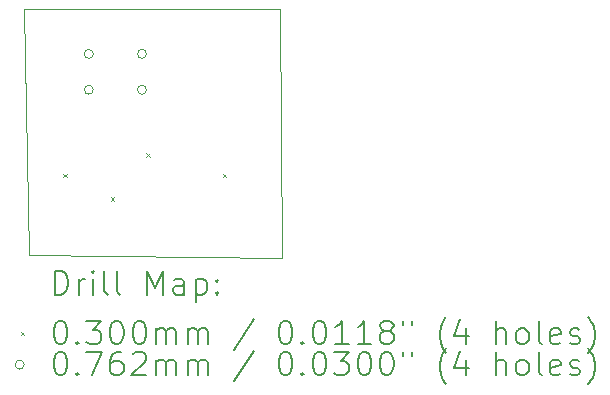
<source format=gbr>
%TF.GenerationSoftware,KiCad,Pcbnew,8.0.6*%
%TF.CreationDate,2024-10-27T16:48:36-04:00*%
%TF.ProjectId,monostable,6d6f6e6f-7374-4616-926c-652e6b696361,rev?*%
%TF.SameCoordinates,Original*%
%TF.FileFunction,Drillmap*%
%TF.FilePolarity,Positive*%
%FSLAX45Y45*%
G04 Gerber Fmt 4.5, Leading zero omitted, Abs format (unit mm)*
G04 Created by KiCad (PCBNEW 8.0.6) date 2024-10-27 16:48:36*
%MOMM*%
%LPD*%
G01*
G04 APERTURE LIST*
%ADD10C,0.050000*%
%ADD11C,0.200000*%
%ADD12C,0.100000*%
G04 APERTURE END LIST*
D10*
X14540000Y-3520000D02*
X12380000Y-3520000D01*
X14560000Y-5620000D02*
X14540000Y-3520000D01*
X12420000Y-5600000D02*
X14560000Y-5620000D01*
X12380000Y-3520000D02*
X12420000Y-5600000D01*
D11*
D12*
X12710000Y-4910000D02*
X12740000Y-4940000D01*
X12740000Y-4910000D02*
X12710000Y-4940000D01*
X13110000Y-5110000D02*
X13140000Y-5140000D01*
X13140000Y-5110000D02*
X13110000Y-5140000D01*
X13410000Y-4735000D02*
X13440000Y-4765000D01*
X13440000Y-4735000D02*
X13410000Y-4765000D01*
X14060000Y-4910000D02*
X14090000Y-4940000D01*
X14090000Y-4910000D02*
X14060000Y-4940000D01*
X12963100Y-3896000D02*
G75*
G02*
X12886900Y-3896000I-38100J0D01*
G01*
X12886900Y-3896000D02*
G75*
G02*
X12963100Y-3896000I38100J0D01*
G01*
X12963100Y-4199400D02*
G75*
G02*
X12886900Y-4199400I-38100J0D01*
G01*
X12886900Y-4199400D02*
G75*
G02*
X12963100Y-4199400I38100J0D01*
G01*
X13413100Y-3896000D02*
G75*
G02*
X13336900Y-3896000I-38100J0D01*
G01*
X13336900Y-3896000D02*
G75*
G02*
X13413100Y-3896000I38100J0D01*
G01*
X13413100Y-4199400D02*
G75*
G02*
X13336900Y-4199400I-38100J0D01*
G01*
X13336900Y-4199400D02*
G75*
G02*
X13413100Y-4199400I38100J0D01*
G01*
D11*
X12638277Y-5933984D02*
X12638277Y-5733984D01*
X12638277Y-5733984D02*
X12685896Y-5733984D01*
X12685896Y-5733984D02*
X12714467Y-5743508D01*
X12714467Y-5743508D02*
X12733515Y-5762555D01*
X12733515Y-5762555D02*
X12743039Y-5781603D01*
X12743039Y-5781603D02*
X12752562Y-5819698D01*
X12752562Y-5819698D02*
X12752562Y-5848269D01*
X12752562Y-5848269D02*
X12743039Y-5886365D01*
X12743039Y-5886365D02*
X12733515Y-5905412D01*
X12733515Y-5905412D02*
X12714467Y-5924460D01*
X12714467Y-5924460D02*
X12685896Y-5933984D01*
X12685896Y-5933984D02*
X12638277Y-5933984D01*
X12838277Y-5933984D02*
X12838277Y-5800650D01*
X12838277Y-5838746D02*
X12847801Y-5819698D01*
X12847801Y-5819698D02*
X12857324Y-5810174D01*
X12857324Y-5810174D02*
X12876372Y-5800650D01*
X12876372Y-5800650D02*
X12895420Y-5800650D01*
X12962086Y-5933984D02*
X12962086Y-5800650D01*
X12962086Y-5733984D02*
X12952562Y-5743508D01*
X12952562Y-5743508D02*
X12962086Y-5753031D01*
X12962086Y-5753031D02*
X12971610Y-5743508D01*
X12971610Y-5743508D02*
X12962086Y-5733984D01*
X12962086Y-5733984D02*
X12962086Y-5753031D01*
X13085896Y-5933984D02*
X13066848Y-5924460D01*
X13066848Y-5924460D02*
X13057324Y-5905412D01*
X13057324Y-5905412D02*
X13057324Y-5733984D01*
X13190658Y-5933984D02*
X13171610Y-5924460D01*
X13171610Y-5924460D02*
X13162086Y-5905412D01*
X13162086Y-5905412D02*
X13162086Y-5733984D01*
X13419229Y-5933984D02*
X13419229Y-5733984D01*
X13419229Y-5733984D02*
X13485896Y-5876841D01*
X13485896Y-5876841D02*
X13552562Y-5733984D01*
X13552562Y-5733984D02*
X13552562Y-5933984D01*
X13733515Y-5933984D02*
X13733515Y-5829222D01*
X13733515Y-5829222D02*
X13723991Y-5810174D01*
X13723991Y-5810174D02*
X13704943Y-5800650D01*
X13704943Y-5800650D02*
X13666848Y-5800650D01*
X13666848Y-5800650D02*
X13647801Y-5810174D01*
X13733515Y-5924460D02*
X13714467Y-5933984D01*
X13714467Y-5933984D02*
X13666848Y-5933984D01*
X13666848Y-5933984D02*
X13647801Y-5924460D01*
X13647801Y-5924460D02*
X13638277Y-5905412D01*
X13638277Y-5905412D02*
X13638277Y-5886365D01*
X13638277Y-5886365D02*
X13647801Y-5867317D01*
X13647801Y-5867317D02*
X13666848Y-5857793D01*
X13666848Y-5857793D02*
X13714467Y-5857793D01*
X13714467Y-5857793D02*
X13733515Y-5848269D01*
X13828753Y-5800650D02*
X13828753Y-6000650D01*
X13828753Y-5810174D02*
X13847801Y-5800650D01*
X13847801Y-5800650D02*
X13885896Y-5800650D01*
X13885896Y-5800650D02*
X13904943Y-5810174D01*
X13904943Y-5810174D02*
X13914467Y-5819698D01*
X13914467Y-5819698D02*
X13923991Y-5838746D01*
X13923991Y-5838746D02*
X13923991Y-5895888D01*
X13923991Y-5895888D02*
X13914467Y-5914936D01*
X13914467Y-5914936D02*
X13904943Y-5924460D01*
X13904943Y-5924460D02*
X13885896Y-5933984D01*
X13885896Y-5933984D02*
X13847801Y-5933984D01*
X13847801Y-5933984D02*
X13828753Y-5924460D01*
X14009705Y-5914936D02*
X14019229Y-5924460D01*
X14019229Y-5924460D02*
X14009705Y-5933984D01*
X14009705Y-5933984D02*
X14000182Y-5924460D01*
X14000182Y-5924460D02*
X14009705Y-5914936D01*
X14009705Y-5914936D02*
X14009705Y-5933984D01*
X14009705Y-5810174D02*
X14019229Y-5819698D01*
X14019229Y-5819698D02*
X14009705Y-5829222D01*
X14009705Y-5829222D02*
X14000182Y-5819698D01*
X14000182Y-5819698D02*
X14009705Y-5810174D01*
X14009705Y-5810174D02*
X14009705Y-5829222D01*
D12*
X12347500Y-6247500D02*
X12377500Y-6277500D01*
X12377500Y-6247500D02*
X12347500Y-6277500D01*
D11*
X12676372Y-6153984D02*
X12695420Y-6153984D01*
X12695420Y-6153984D02*
X12714467Y-6163508D01*
X12714467Y-6163508D02*
X12723991Y-6173031D01*
X12723991Y-6173031D02*
X12733515Y-6192079D01*
X12733515Y-6192079D02*
X12743039Y-6230174D01*
X12743039Y-6230174D02*
X12743039Y-6277793D01*
X12743039Y-6277793D02*
X12733515Y-6315888D01*
X12733515Y-6315888D02*
X12723991Y-6334936D01*
X12723991Y-6334936D02*
X12714467Y-6344460D01*
X12714467Y-6344460D02*
X12695420Y-6353984D01*
X12695420Y-6353984D02*
X12676372Y-6353984D01*
X12676372Y-6353984D02*
X12657324Y-6344460D01*
X12657324Y-6344460D02*
X12647801Y-6334936D01*
X12647801Y-6334936D02*
X12638277Y-6315888D01*
X12638277Y-6315888D02*
X12628753Y-6277793D01*
X12628753Y-6277793D02*
X12628753Y-6230174D01*
X12628753Y-6230174D02*
X12638277Y-6192079D01*
X12638277Y-6192079D02*
X12647801Y-6173031D01*
X12647801Y-6173031D02*
X12657324Y-6163508D01*
X12657324Y-6163508D02*
X12676372Y-6153984D01*
X12828753Y-6334936D02*
X12838277Y-6344460D01*
X12838277Y-6344460D02*
X12828753Y-6353984D01*
X12828753Y-6353984D02*
X12819229Y-6344460D01*
X12819229Y-6344460D02*
X12828753Y-6334936D01*
X12828753Y-6334936D02*
X12828753Y-6353984D01*
X12904943Y-6153984D02*
X13028753Y-6153984D01*
X13028753Y-6153984D02*
X12962086Y-6230174D01*
X12962086Y-6230174D02*
X12990658Y-6230174D01*
X12990658Y-6230174D02*
X13009705Y-6239698D01*
X13009705Y-6239698D02*
X13019229Y-6249222D01*
X13019229Y-6249222D02*
X13028753Y-6268269D01*
X13028753Y-6268269D02*
X13028753Y-6315888D01*
X13028753Y-6315888D02*
X13019229Y-6334936D01*
X13019229Y-6334936D02*
X13009705Y-6344460D01*
X13009705Y-6344460D02*
X12990658Y-6353984D01*
X12990658Y-6353984D02*
X12933515Y-6353984D01*
X12933515Y-6353984D02*
X12914467Y-6344460D01*
X12914467Y-6344460D02*
X12904943Y-6334936D01*
X13152562Y-6153984D02*
X13171610Y-6153984D01*
X13171610Y-6153984D02*
X13190658Y-6163508D01*
X13190658Y-6163508D02*
X13200182Y-6173031D01*
X13200182Y-6173031D02*
X13209705Y-6192079D01*
X13209705Y-6192079D02*
X13219229Y-6230174D01*
X13219229Y-6230174D02*
X13219229Y-6277793D01*
X13219229Y-6277793D02*
X13209705Y-6315888D01*
X13209705Y-6315888D02*
X13200182Y-6334936D01*
X13200182Y-6334936D02*
X13190658Y-6344460D01*
X13190658Y-6344460D02*
X13171610Y-6353984D01*
X13171610Y-6353984D02*
X13152562Y-6353984D01*
X13152562Y-6353984D02*
X13133515Y-6344460D01*
X13133515Y-6344460D02*
X13123991Y-6334936D01*
X13123991Y-6334936D02*
X13114467Y-6315888D01*
X13114467Y-6315888D02*
X13104943Y-6277793D01*
X13104943Y-6277793D02*
X13104943Y-6230174D01*
X13104943Y-6230174D02*
X13114467Y-6192079D01*
X13114467Y-6192079D02*
X13123991Y-6173031D01*
X13123991Y-6173031D02*
X13133515Y-6163508D01*
X13133515Y-6163508D02*
X13152562Y-6153984D01*
X13343039Y-6153984D02*
X13362086Y-6153984D01*
X13362086Y-6153984D02*
X13381134Y-6163508D01*
X13381134Y-6163508D02*
X13390658Y-6173031D01*
X13390658Y-6173031D02*
X13400182Y-6192079D01*
X13400182Y-6192079D02*
X13409705Y-6230174D01*
X13409705Y-6230174D02*
X13409705Y-6277793D01*
X13409705Y-6277793D02*
X13400182Y-6315888D01*
X13400182Y-6315888D02*
X13390658Y-6334936D01*
X13390658Y-6334936D02*
X13381134Y-6344460D01*
X13381134Y-6344460D02*
X13362086Y-6353984D01*
X13362086Y-6353984D02*
X13343039Y-6353984D01*
X13343039Y-6353984D02*
X13323991Y-6344460D01*
X13323991Y-6344460D02*
X13314467Y-6334936D01*
X13314467Y-6334936D02*
X13304943Y-6315888D01*
X13304943Y-6315888D02*
X13295420Y-6277793D01*
X13295420Y-6277793D02*
X13295420Y-6230174D01*
X13295420Y-6230174D02*
X13304943Y-6192079D01*
X13304943Y-6192079D02*
X13314467Y-6173031D01*
X13314467Y-6173031D02*
X13323991Y-6163508D01*
X13323991Y-6163508D02*
X13343039Y-6153984D01*
X13495420Y-6353984D02*
X13495420Y-6220650D01*
X13495420Y-6239698D02*
X13504943Y-6230174D01*
X13504943Y-6230174D02*
X13523991Y-6220650D01*
X13523991Y-6220650D02*
X13552563Y-6220650D01*
X13552563Y-6220650D02*
X13571610Y-6230174D01*
X13571610Y-6230174D02*
X13581134Y-6249222D01*
X13581134Y-6249222D02*
X13581134Y-6353984D01*
X13581134Y-6249222D02*
X13590658Y-6230174D01*
X13590658Y-6230174D02*
X13609705Y-6220650D01*
X13609705Y-6220650D02*
X13638277Y-6220650D01*
X13638277Y-6220650D02*
X13657324Y-6230174D01*
X13657324Y-6230174D02*
X13666848Y-6249222D01*
X13666848Y-6249222D02*
X13666848Y-6353984D01*
X13762086Y-6353984D02*
X13762086Y-6220650D01*
X13762086Y-6239698D02*
X13771610Y-6230174D01*
X13771610Y-6230174D02*
X13790658Y-6220650D01*
X13790658Y-6220650D02*
X13819229Y-6220650D01*
X13819229Y-6220650D02*
X13838277Y-6230174D01*
X13838277Y-6230174D02*
X13847801Y-6249222D01*
X13847801Y-6249222D02*
X13847801Y-6353984D01*
X13847801Y-6249222D02*
X13857324Y-6230174D01*
X13857324Y-6230174D02*
X13876372Y-6220650D01*
X13876372Y-6220650D02*
X13904943Y-6220650D01*
X13904943Y-6220650D02*
X13923991Y-6230174D01*
X13923991Y-6230174D02*
X13933515Y-6249222D01*
X13933515Y-6249222D02*
X13933515Y-6353984D01*
X14323991Y-6144460D02*
X14152563Y-6401603D01*
X14581134Y-6153984D02*
X14600182Y-6153984D01*
X14600182Y-6153984D02*
X14619229Y-6163508D01*
X14619229Y-6163508D02*
X14628753Y-6173031D01*
X14628753Y-6173031D02*
X14638277Y-6192079D01*
X14638277Y-6192079D02*
X14647801Y-6230174D01*
X14647801Y-6230174D02*
X14647801Y-6277793D01*
X14647801Y-6277793D02*
X14638277Y-6315888D01*
X14638277Y-6315888D02*
X14628753Y-6334936D01*
X14628753Y-6334936D02*
X14619229Y-6344460D01*
X14619229Y-6344460D02*
X14600182Y-6353984D01*
X14600182Y-6353984D02*
X14581134Y-6353984D01*
X14581134Y-6353984D02*
X14562086Y-6344460D01*
X14562086Y-6344460D02*
X14552563Y-6334936D01*
X14552563Y-6334936D02*
X14543039Y-6315888D01*
X14543039Y-6315888D02*
X14533515Y-6277793D01*
X14533515Y-6277793D02*
X14533515Y-6230174D01*
X14533515Y-6230174D02*
X14543039Y-6192079D01*
X14543039Y-6192079D02*
X14552563Y-6173031D01*
X14552563Y-6173031D02*
X14562086Y-6163508D01*
X14562086Y-6163508D02*
X14581134Y-6153984D01*
X14733515Y-6334936D02*
X14743039Y-6344460D01*
X14743039Y-6344460D02*
X14733515Y-6353984D01*
X14733515Y-6353984D02*
X14723991Y-6344460D01*
X14723991Y-6344460D02*
X14733515Y-6334936D01*
X14733515Y-6334936D02*
X14733515Y-6353984D01*
X14866848Y-6153984D02*
X14885896Y-6153984D01*
X14885896Y-6153984D02*
X14904944Y-6163508D01*
X14904944Y-6163508D02*
X14914467Y-6173031D01*
X14914467Y-6173031D02*
X14923991Y-6192079D01*
X14923991Y-6192079D02*
X14933515Y-6230174D01*
X14933515Y-6230174D02*
X14933515Y-6277793D01*
X14933515Y-6277793D02*
X14923991Y-6315888D01*
X14923991Y-6315888D02*
X14914467Y-6334936D01*
X14914467Y-6334936D02*
X14904944Y-6344460D01*
X14904944Y-6344460D02*
X14885896Y-6353984D01*
X14885896Y-6353984D02*
X14866848Y-6353984D01*
X14866848Y-6353984D02*
X14847801Y-6344460D01*
X14847801Y-6344460D02*
X14838277Y-6334936D01*
X14838277Y-6334936D02*
X14828753Y-6315888D01*
X14828753Y-6315888D02*
X14819229Y-6277793D01*
X14819229Y-6277793D02*
X14819229Y-6230174D01*
X14819229Y-6230174D02*
X14828753Y-6192079D01*
X14828753Y-6192079D02*
X14838277Y-6173031D01*
X14838277Y-6173031D02*
X14847801Y-6163508D01*
X14847801Y-6163508D02*
X14866848Y-6153984D01*
X15123991Y-6353984D02*
X15009706Y-6353984D01*
X15066848Y-6353984D02*
X15066848Y-6153984D01*
X15066848Y-6153984D02*
X15047801Y-6182555D01*
X15047801Y-6182555D02*
X15028753Y-6201603D01*
X15028753Y-6201603D02*
X15009706Y-6211127D01*
X15314467Y-6353984D02*
X15200182Y-6353984D01*
X15257325Y-6353984D02*
X15257325Y-6153984D01*
X15257325Y-6153984D02*
X15238277Y-6182555D01*
X15238277Y-6182555D02*
X15219229Y-6201603D01*
X15219229Y-6201603D02*
X15200182Y-6211127D01*
X15428753Y-6239698D02*
X15409706Y-6230174D01*
X15409706Y-6230174D02*
X15400182Y-6220650D01*
X15400182Y-6220650D02*
X15390658Y-6201603D01*
X15390658Y-6201603D02*
X15390658Y-6192079D01*
X15390658Y-6192079D02*
X15400182Y-6173031D01*
X15400182Y-6173031D02*
X15409706Y-6163508D01*
X15409706Y-6163508D02*
X15428753Y-6153984D01*
X15428753Y-6153984D02*
X15466848Y-6153984D01*
X15466848Y-6153984D02*
X15485896Y-6163508D01*
X15485896Y-6163508D02*
X15495420Y-6173031D01*
X15495420Y-6173031D02*
X15504944Y-6192079D01*
X15504944Y-6192079D02*
X15504944Y-6201603D01*
X15504944Y-6201603D02*
X15495420Y-6220650D01*
X15495420Y-6220650D02*
X15485896Y-6230174D01*
X15485896Y-6230174D02*
X15466848Y-6239698D01*
X15466848Y-6239698D02*
X15428753Y-6239698D01*
X15428753Y-6239698D02*
X15409706Y-6249222D01*
X15409706Y-6249222D02*
X15400182Y-6258746D01*
X15400182Y-6258746D02*
X15390658Y-6277793D01*
X15390658Y-6277793D02*
X15390658Y-6315888D01*
X15390658Y-6315888D02*
X15400182Y-6334936D01*
X15400182Y-6334936D02*
X15409706Y-6344460D01*
X15409706Y-6344460D02*
X15428753Y-6353984D01*
X15428753Y-6353984D02*
X15466848Y-6353984D01*
X15466848Y-6353984D02*
X15485896Y-6344460D01*
X15485896Y-6344460D02*
X15495420Y-6334936D01*
X15495420Y-6334936D02*
X15504944Y-6315888D01*
X15504944Y-6315888D02*
X15504944Y-6277793D01*
X15504944Y-6277793D02*
X15495420Y-6258746D01*
X15495420Y-6258746D02*
X15485896Y-6249222D01*
X15485896Y-6249222D02*
X15466848Y-6239698D01*
X15581134Y-6153984D02*
X15581134Y-6192079D01*
X15657325Y-6153984D02*
X15657325Y-6192079D01*
X15952563Y-6430174D02*
X15943039Y-6420650D01*
X15943039Y-6420650D02*
X15923991Y-6392079D01*
X15923991Y-6392079D02*
X15914468Y-6373031D01*
X15914468Y-6373031D02*
X15904944Y-6344460D01*
X15904944Y-6344460D02*
X15895420Y-6296841D01*
X15895420Y-6296841D02*
X15895420Y-6258746D01*
X15895420Y-6258746D02*
X15904944Y-6211127D01*
X15904944Y-6211127D02*
X15914468Y-6182555D01*
X15914468Y-6182555D02*
X15923991Y-6163508D01*
X15923991Y-6163508D02*
X15943039Y-6134936D01*
X15943039Y-6134936D02*
X15952563Y-6125412D01*
X16114468Y-6220650D02*
X16114468Y-6353984D01*
X16066848Y-6144460D02*
X16019229Y-6287317D01*
X16019229Y-6287317D02*
X16143039Y-6287317D01*
X16371610Y-6353984D02*
X16371610Y-6153984D01*
X16457325Y-6353984D02*
X16457325Y-6249222D01*
X16457325Y-6249222D02*
X16447801Y-6230174D01*
X16447801Y-6230174D02*
X16428753Y-6220650D01*
X16428753Y-6220650D02*
X16400182Y-6220650D01*
X16400182Y-6220650D02*
X16381134Y-6230174D01*
X16381134Y-6230174D02*
X16371610Y-6239698D01*
X16581134Y-6353984D02*
X16562087Y-6344460D01*
X16562087Y-6344460D02*
X16552563Y-6334936D01*
X16552563Y-6334936D02*
X16543039Y-6315888D01*
X16543039Y-6315888D02*
X16543039Y-6258746D01*
X16543039Y-6258746D02*
X16552563Y-6239698D01*
X16552563Y-6239698D02*
X16562087Y-6230174D01*
X16562087Y-6230174D02*
X16581134Y-6220650D01*
X16581134Y-6220650D02*
X16609706Y-6220650D01*
X16609706Y-6220650D02*
X16628753Y-6230174D01*
X16628753Y-6230174D02*
X16638277Y-6239698D01*
X16638277Y-6239698D02*
X16647801Y-6258746D01*
X16647801Y-6258746D02*
X16647801Y-6315888D01*
X16647801Y-6315888D02*
X16638277Y-6334936D01*
X16638277Y-6334936D02*
X16628753Y-6344460D01*
X16628753Y-6344460D02*
X16609706Y-6353984D01*
X16609706Y-6353984D02*
X16581134Y-6353984D01*
X16762087Y-6353984D02*
X16743039Y-6344460D01*
X16743039Y-6344460D02*
X16733515Y-6325412D01*
X16733515Y-6325412D02*
X16733515Y-6153984D01*
X16914468Y-6344460D02*
X16895420Y-6353984D01*
X16895420Y-6353984D02*
X16857325Y-6353984D01*
X16857325Y-6353984D02*
X16838277Y-6344460D01*
X16838277Y-6344460D02*
X16828753Y-6325412D01*
X16828753Y-6325412D02*
X16828753Y-6249222D01*
X16828753Y-6249222D02*
X16838277Y-6230174D01*
X16838277Y-6230174D02*
X16857325Y-6220650D01*
X16857325Y-6220650D02*
X16895420Y-6220650D01*
X16895420Y-6220650D02*
X16914468Y-6230174D01*
X16914468Y-6230174D02*
X16923992Y-6249222D01*
X16923992Y-6249222D02*
X16923992Y-6268269D01*
X16923992Y-6268269D02*
X16828753Y-6287317D01*
X17000182Y-6344460D02*
X17019230Y-6353984D01*
X17019230Y-6353984D02*
X17057325Y-6353984D01*
X17057325Y-6353984D02*
X17076373Y-6344460D01*
X17076373Y-6344460D02*
X17085896Y-6325412D01*
X17085896Y-6325412D02*
X17085896Y-6315888D01*
X17085896Y-6315888D02*
X17076373Y-6296841D01*
X17076373Y-6296841D02*
X17057325Y-6287317D01*
X17057325Y-6287317D02*
X17028753Y-6287317D01*
X17028753Y-6287317D02*
X17009706Y-6277793D01*
X17009706Y-6277793D02*
X17000182Y-6258746D01*
X17000182Y-6258746D02*
X17000182Y-6249222D01*
X17000182Y-6249222D02*
X17009706Y-6230174D01*
X17009706Y-6230174D02*
X17028753Y-6220650D01*
X17028753Y-6220650D02*
X17057325Y-6220650D01*
X17057325Y-6220650D02*
X17076373Y-6230174D01*
X17152563Y-6430174D02*
X17162087Y-6420650D01*
X17162087Y-6420650D02*
X17181134Y-6392079D01*
X17181134Y-6392079D02*
X17190658Y-6373031D01*
X17190658Y-6373031D02*
X17200182Y-6344460D01*
X17200182Y-6344460D02*
X17209706Y-6296841D01*
X17209706Y-6296841D02*
X17209706Y-6258746D01*
X17209706Y-6258746D02*
X17200182Y-6211127D01*
X17200182Y-6211127D02*
X17190658Y-6182555D01*
X17190658Y-6182555D02*
X17181134Y-6163508D01*
X17181134Y-6163508D02*
X17162087Y-6134936D01*
X17162087Y-6134936D02*
X17152563Y-6125412D01*
D12*
X12377500Y-6526500D02*
G75*
G02*
X12301300Y-6526500I-38100J0D01*
G01*
X12301300Y-6526500D02*
G75*
G02*
X12377500Y-6526500I38100J0D01*
G01*
D11*
X12676372Y-6417984D02*
X12695420Y-6417984D01*
X12695420Y-6417984D02*
X12714467Y-6427508D01*
X12714467Y-6427508D02*
X12723991Y-6437031D01*
X12723991Y-6437031D02*
X12733515Y-6456079D01*
X12733515Y-6456079D02*
X12743039Y-6494174D01*
X12743039Y-6494174D02*
X12743039Y-6541793D01*
X12743039Y-6541793D02*
X12733515Y-6579888D01*
X12733515Y-6579888D02*
X12723991Y-6598936D01*
X12723991Y-6598936D02*
X12714467Y-6608460D01*
X12714467Y-6608460D02*
X12695420Y-6617984D01*
X12695420Y-6617984D02*
X12676372Y-6617984D01*
X12676372Y-6617984D02*
X12657324Y-6608460D01*
X12657324Y-6608460D02*
X12647801Y-6598936D01*
X12647801Y-6598936D02*
X12638277Y-6579888D01*
X12638277Y-6579888D02*
X12628753Y-6541793D01*
X12628753Y-6541793D02*
X12628753Y-6494174D01*
X12628753Y-6494174D02*
X12638277Y-6456079D01*
X12638277Y-6456079D02*
X12647801Y-6437031D01*
X12647801Y-6437031D02*
X12657324Y-6427508D01*
X12657324Y-6427508D02*
X12676372Y-6417984D01*
X12828753Y-6598936D02*
X12838277Y-6608460D01*
X12838277Y-6608460D02*
X12828753Y-6617984D01*
X12828753Y-6617984D02*
X12819229Y-6608460D01*
X12819229Y-6608460D02*
X12828753Y-6598936D01*
X12828753Y-6598936D02*
X12828753Y-6617984D01*
X12904943Y-6417984D02*
X13038277Y-6417984D01*
X13038277Y-6417984D02*
X12952562Y-6617984D01*
X13200182Y-6417984D02*
X13162086Y-6417984D01*
X13162086Y-6417984D02*
X13143039Y-6427508D01*
X13143039Y-6427508D02*
X13133515Y-6437031D01*
X13133515Y-6437031D02*
X13114467Y-6465603D01*
X13114467Y-6465603D02*
X13104943Y-6503698D01*
X13104943Y-6503698D02*
X13104943Y-6579888D01*
X13104943Y-6579888D02*
X13114467Y-6598936D01*
X13114467Y-6598936D02*
X13123991Y-6608460D01*
X13123991Y-6608460D02*
X13143039Y-6617984D01*
X13143039Y-6617984D02*
X13181134Y-6617984D01*
X13181134Y-6617984D02*
X13200182Y-6608460D01*
X13200182Y-6608460D02*
X13209705Y-6598936D01*
X13209705Y-6598936D02*
X13219229Y-6579888D01*
X13219229Y-6579888D02*
X13219229Y-6532269D01*
X13219229Y-6532269D02*
X13209705Y-6513222D01*
X13209705Y-6513222D02*
X13200182Y-6503698D01*
X13200182Y-6503698D02*
X13181134Y-6494174D01*
X13181134Y-6494174D02*
X13143039Y-6494174D01*
X13143039Y-6494174D02*
X13123991Y-6503698D01*
X13123991Y-6503698D02*
X13114467Y-6513222D01*
X13114467Y-6513222D02*
X13104943Y-6532269D01*
X13295420Y-6437031D02*
X13304943Y-6427508D01*
X13304943Y-6427508D02*
X13323991Y-6417984D01*
X13323991Y-6417984D02*
X13371610Y-6417984D01*
X13371610Y-6417984D02*
X13390658Y-6427508D01*
X13390658Y-6427508D02*
X13400182Y-6437031D01*
X13400182Y-6437031D02*
X13409705Y-6456079D01*
X13409705Y-6456079D02*
X13409705Y-6475127D01*
X13409705Y-6475127D02*
X13400182Y-6503698D01*
X13400182Y-6503698D02*
X13285896Y-6617984D01*
X13285896Y-6617984D02*
X13409705Y-6617984D01*
X13495420Y-6617984D02*
X13495420Y-6484650D01*
X13495420Y-6503698D02*
X13504943Y-6494174D01*
X13504943Y-6494174D02*
X13523991Y-6484650D01*
X13523991Y-6484650D02*
X13552563Y-6484650D01*
X13552563Y-6484650D02*
X13571610Y-6494174D01*
X13571610Y-6494174D02*
X13581134Y-6513222D01*
X13581134Y-6513222D02*
X13581134Y-6617984D01*
X13581134Y-6513222D02*
X13590658Y-6494174D01*
X13590658Y-6494174D02*
X13609705Y-6484650D01*
X13609705Y-6484650D02*
X13638277Y-6484650D01*
X13638277Y-6484650D02*
X13657324Y-6494174D01*
X13657324Y-6494174D02*
X13666848Y-6513222D01*
X13666848Y-6513222D02*
X13666848Y-6617984D01*
X13762086Y-6617984D02*
X13762086Y-6484650D01*
X13762086Y-6503698D02*
X13771610Y-6494174D01*
X13771610Y-6494174D02*
X13790658Y-6484650D01*
X13790658Y-6484650D02*
X13819229Y-6484650D01*
X13819229Y-6484650D02*
X13838277Y-6494174D01*
X13838277Y-6494174D02*
X13847801Y-6513222D01*
X13847801Y-6513222D02*
X13847801Y-6617984D01*
X13847801Y-6513222D02*
X13857324Y-6494174D01*
X13857324Y-6494174D02*
X13876372Y-6484650D01*
X13876372Y-6484650D02*
X13904943Y-6484650D01*
X13904943Y-6484650D02*
X13923991Y-6494174D01*
X13923991Y-6494174D02*
X13933515Y-6513222D01*
X13933515Y-6513222D02*
X13933515Y-6617984D01*
X14323991Y-6408460D02*
X14152563Y-6665603D01*
X14581134Y-6417984D02*
X14600182Y-6417984D01*
X14600182Y-6417984D02*
X14619229Y-6427508D01*
X14619229Y-6427508D02*
X14628753Y-6437031D01*
X14628753Y-6437031D02*
X14638277Y-6456079D01*
X14638277Y-6456079D02*
X14647801Y-6494174D01*
X14647801Y-6494174D02*
X14647801Y-6541793D01*
X14647801Y-6541793D02*
X14638277Y-6579888D01*
X14638277Y-6579888D02*
X14628753Y-6598936D01*
X14628753Y-6598936D02*
X14619229Y-6608460D01*
X14619229Y-6608460D02*
X14600182Y-6617984D01*
X14600182Y-6617984D02*
X14581134Y-6617984D01*
X14581134Y-6617984D02*
X14562086Y-6608460D01*
X14562086Y-6608460D02*
X14552563Y-6598936D01*
X14552563Y-6598936D02*
X14543039Y-6579888D01*
X14543039Y-6579888D02*
X14533515Y-6541793D01*
X14533515Y-6541793D02*
X14533515Y-6494174D01*
X14533515Y-6494174D02*
X14543039Y-6456079D01*
X14543039Y-6456079D02*
X14552563Y-6437031D01*
X14552563Y-6437031D02*
X14562086Y-6427508D01*
X14562086Y-6427508D02*
X14581134Y-6417984D01*
X14733515Y-6598936D02*
X14743039Y-6608460D01*
X14743039Y-6608460D02*
X14733515Y-6617984D01*
X14733515Y-6617984D02*
X14723991Y-6608460D01*
X14723991Y-6608460D02*
X14733515Y-6598936D01*
X14733515Y-6598936D02*
X14733515Y-6617984D01*
X14866848Y-6417984D02*
X14885896Y-6417984D01*
X14885896Y-6417984D02*
X14904944Y-6427508D01*
X14904944Y-6427508D02*
X14914467Y-6437031D01*
X14914467Y-6437031D02*
X14923991Y-6456079D01*
X14923991Y-6456079D02*
X14933515Y-6494174D01*
X14933515Y-6494174D02*
X14933515Y-6541793D01*
X14933515Y-6541793D02*
X14923991Y-6579888D01*
X14923991Y-6579888D02*
X14914467Y-6598936D01*
X14914467Y-6598936D02*
X14904944Y-6608460D01*
X14904944Y-6608460D02*
X14885896Y-6617984D01*
X14885896Y-6617984D02*
X14866848Y-6617984D01*
X14866848Y-6617984D02*
X14847801Y-6608460D01*
X14847801Y-6608460D02*
X14838277Y-6598936D01*
X14838277Y-6598936D02*
X14828753Y-6579888D01*
X14828753Y-6579888D02*
X14819229Y-6541793D01*
X14819229Y-6541793D02*
X14819229Y-6494174D01*
X14819229Y-6494174D02*
X14828753Y-6456079D01*
X14828753Y-6456079D02*
X14838277Y-6437031D01*
X14838277Y-6437031D02*
X14847801Y-6427508D01*
X14847801Y-6427508D02*
X14866848Y-6417984D01*
X15000182Y-6417984D02*
X15123991Y-6417984D01*
X15123991Y-6417984D02*
X15057325Y-6494174D01*
X15057325Y-6494174D02*
X15085896Y-6494174D01*
X15085896Y-6494174D02*
X15104944Y-6503698D01*
X15104944Y-6503698D02*
X15114467Y-6513222D01*
X15114467Y-6513222D02*
X15123991Y-6532269D01*
X15123991Y-6532269D02*
X15123991Y-6579888D01*
X15123991Y-6579888D02*
X15114467Y-6598936D01*
X15114467Y-6598936D02*
X15104944Y-6608460D01*
X15104944Y-6608460D02*
X15085896Y-6617984D01*
X15085896Y-6617984D02*
X15028753Y-6617984D01*
X15028753Y-6617984D02*
X15009706Y-6608460D01*
X15009706Y-6608460D02*
X15000182Y-6598936D01*
X15247801Y-6417984D02*
X15266848Y-6417984D01*
X15266848Y-6417984D02*
X15285896Y-6427508D01*
X15285896Y-6427508D02*
X15295420Y-6437031D01*
X15295420Y-6437031D02*
X15304944Y-6456079D01*
X15304944Y-6456079D02*
X15314467Y-6494174D01*
X15314467Y-6494174D02*
X15314467Y-6541793D01*
X15314467Y-6541793D02*
X15304944Y-6579888D01*
X15304944Y-6579888D02*
X15295420Y-6598936D01*
X15295420Y-6598936D02*
X15285896Y-6608460D01*
X15285896Y-6608460D02*
X15266848Y-6617984D01*
X15266848Y-6617984D02*
X15247801Y-6617984D01*
X15247801Y-6617984D02*
X15228753Y-6608460D01*
X15228753Y-6608460D02*
X15219229Y-6598936D01*
X15219229Y-6598936D02*
X15209706Y-6579888D01*
X15209706Y-6579888D02*
X15200182Y-6541793D01*
X15200182Y-6541793D02*
X15200182Y-6494174D01*
X15200182Y-6494174D02*
X15209706Y-6456079D01*
X15209706Y-6456079D02*
X15219229Y-6437031D01*
X15219229Y-6437031D02*
X15228753Y-6427508D01*
X15228753Y-6427508D02*
X15247801Y-6417984D01*
X15438277Y-6417984D02*
X15457325Y-6417984D01*
X15457325Y-6417984D02*
X15476372Y-6427508D01*
X15476372Y-6427508D02*
X15485896Y-6437031D01*
X15485896Y-6437031D02*
X15495420Y-6456079D01*
X15495420Y-6456079D02*
X15504944Y-6494174D01*
X15504944Y-6494174D02*
X15504944Y-6541793D01*
X15504944Y-6541793D02*
X15495420Y-6579888D01*
X15495420Y-6579888D02*
X15485896Y-6598936D01*
X15485896Y-6598936D02*
X15476372Y-6608460D01*
X15476372Y-6608460D02*
X15457325Y-6617984D01*
X15457325Y-6617984D02*
X15438277Y-6617984D01*
X15438277Y-6617984D02*
X15419229Y-6608460D01*
X15419229Y-6608460D02*
X15409706Y-6598936D01*
X15409706Y-6598936D02*
X15400182Y-6579888D01*
X15400182Y-6579888D02*
X15390658Y-6541793D01*
X15390658Y-6541793D02*
X15390658Y-6494174D01*
X15390658Y-6494174D02*
X15400182Y-6456079D01*
X15400182Y-6456079D02*
X15409706Y-6437031D01*
X15409706Y-6437031D02*
X15419229Y-6427508D01*
X15419229Y-6427508D02*
X15438277Y-6417984D01*
X15581134Y-6417984D02*
X15581134Y-6456079D01*
X15657325Y-6417984D02*
X15657325Y-6456079D01*
X15952563Y-6694174D02*
X15943039Y-6684650D01*
X15943039Y-6684650D02*
X15923991Y-6656079D01*
X15923991Y-6656079D02*
X15914468Y-6637031D01*
X15914468Y-6637031D02*
X15904944Y-6608460D01*
X15904944Y-6608460D02*
X15895420Y-6560841D01*
X15895420Y-6560841D02*
X15895420Y-6522746D01*
X15895420Y-6522746D02*
X15904944Y-6475127D01*
X15904944Y-6475127D02*
X15914468Y-6446555D01*
X15914468Y-6446555D02*
X15923991Y-6427508D01*
X15923991Y-6427508D02*
X15943039Y-6398936D01*
X15943039Y-6398936D02*
X15952563Y-6389412D01*
X16114468Y-6484650D02*
X16114468Y-6617984D01*
X16066848Y-6408460D02*
X16019229Y-6551317D01*
X16019229Y-6551317D02*
X16143039Y-6551317D01*
X16371610Y-6617984D02*
X16371610Y-6417984D01*
X16457325Y-6617984D02*
X16457325Y-6513222D01*
X16457325Y-6513222D02*
X16447801Y-6494174D01*
X16447801Y-6494174D02*
X16428753Y-6484650D01*
X16428753Y-6484650D02*
X16400182Y-6484650D01*
X16400182Y-6484650D02*
X16381134Y-6494174D01*
X16381134Y-6494174D02*
X16371610Y-6503698D01*
X16581134Y-6617984D02*
X16562087Y-6608460D01*
X16562087Y-6608460D02*
X16552563Y-6598936D01*
X16552563Y-6598936D02*
X16543039Y-6579888D01*
X16543039Y-6579888D02*
X16543039Y-6522746D01*
X16543039Y-6522746D02*
X16552563Y-6503698D01*
X16552563Y-6503698D02*
X16562087Y-6494174D01*
X16562087Y-6494174D02*
X16581134Y-6484650D01*
X16581134Y-6484650D02*
X16609706Y-6484650D01*
X16609706Y-6484650D02*
X16628753Y-6494174D01*
X16628753Y-6494174D02*
X16638277Y-6503698D01*
X16638277Y-6503698D02*
X16647801Y-6522746D01*
X16647801Y-6522746D02*
X16647801Y-6579888D01*
X16647801Y-6579888D02*
X16638277Y-6598936D01*
X16638277Y-6598936D02*
X16628753Y-6608460D01*
X16628753Y-6608460D02*
X16609706Y-6617984D01*
X16609706Y-6617984D02*
X16581134Y-6617984D01*
X16762087Y-6617984D02*
X16743039Y-6608460D01*
X16743039Y-6608460D02*
X16733515Y-6589412D01*
X16733515Y-6589412D02*
X16733515Y-6417984D01*
X16914468Y-6608460D02*
X16895420Y-6617984D01*
X16895420Y-6617984D02*
X16857325Y-6617984D01*
X16857325Y-6617984D02*
X16838277Y-6608460D01*
X16838277Y-6608460D02*
X16828753Y-6589412D01*
X16828753Y-6589412D02*
X16828753Y-6513222D01*
X16828753Y-6513222D02*
X16838277Y-6494174D01*
X16838277Y-6494174D02*
X16857325Y-6484650D01*
X16857325Y-6484650D02*
X16895420Y-6484650D01*
X16895420Y-6484650D02*
X16914468Y-6494174D01*
X16914468Y-6494174D02*
X16923992Y-6513222D01*
X16923992Y-6513222D02*
X16923992Y-6532269D01*
X16923992Y-6532269D02*
X16828753Y-6551317D01*
X17000182Y-6608460D02*
X17019230Y-6617984D01*
X17019230Y-6617984D02*
X17057325Y-6617984D01*
X17057325Y-6617984D02*
X17076373Y-6608460D01*
X17076373Y-6608460D02*
X17085896Y-6589412D01*
X17085896Y-6589412D02*
X17085896Y-6579888D01*
X17085896Y-6579888D02*
X17076373Y-6560841D01*
X17076373Y-6560841D02*
X17057325Y-6551317D01*
X17057325Y-6551317D02*
X17028753Y-6551317D01*
X17028753Y-6551317D02*
X17009706Y-6541793D01*
X17009706Y-6541793D02*
X17000182Y-6522746D01*
X17000182Y-6522746D02*
X17000182Y-6513222D01*
X17000182Y-6513222D02*
X17009706Y-6494174D01*
X17009706Y-6494174D02*
X17028753Y-6484650D01*
X17028753Y-6484650D02*
X17057325Y-6484650D01*
X17057325Y-6484650D02*
X17076373Y-6494174D01*
X17152563Y-6694174D02*
X17162087Y-6684650D01*
X17162087Y-6684650D02*
X17181134Y-6656079D01*
X17181134Y-6656079D02*
X17190658Y-6637031D01*
X17190658Y-6637031D02*
X17200182Y-6608460D01*
X17200182Y-6608460D02*
X17209706Y-6560841D01*
X17209706Y-6560841D02*
X17209706Y-6522746D01*
X17209706Y-6522746D02*
X17200182Y-6475127D01*
X17200182Y-6475127D02*
X17190658Y-6446555D01*
X17190658Y-6446555D02*
X17181134Y-6427508D01*
X17181134Y-6427508D02*
X17162087Y-6398936D01*
X17162087Y-6398936D02*
X17152563Y-6389412D01*
M02*

</source>
